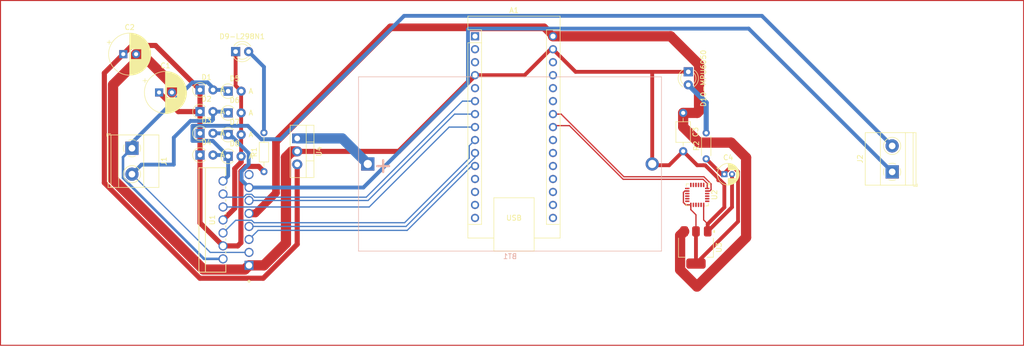
<source format=kicad_pcb>
(kicad_pcb (version 20240108) (generator "pcbnew") (generator_version "8.0")
  (layers (0 "F.Cu" signal) (31 "B.Cu" signal) (34 "B.Paste" user) (35 "F.Paste" user) (36 "B.SilkS" user "B.Silkscreen") (37 "F.SilkS" user "F.Silkscreen") (38 "B.Mask" user) (39 "F.Mask" user) (44 "Edge.Cuts" user))
  (net 0 "")
  (net 4 "GND")
  (net 5 "/D6")
  (net 9 "/D4")
  (net 12 "/VIN")
  (net 14 "/D5")
  (net 15 "/D3")
  (net 16 "/D9")
  (net 18 "/D10")
  (net 22 "/SCL")
  (net 25 "/SDA")
  (net 28 "Net-(BT1-+)")
  (net 29 "/VCC")
  (net 30 "/VDD")
  (net 31 "Net-(D1-A)")
  (net 32 "Net-(D2-A)")
  (net 33 "Net-(D3-A)")
  (net 34 "Net-(D4-A)")
  (net 35 "Net-(D9-L298N1-A)")
  (net 36 "Net-(D10-MPU6050-A)")
  (net 57 "/D7")
  (net 58 "/D8")
  (footprint "Diode_THT:D_A-405_P2.54mm_Vertical_AnodeUp" (layer "F.Cu") (at 93.5 68.75)
    (property "Reference" "D7" (at 1.27 -2.47 0) (layer "F.SilkS"))
    (property "Value" "D")
    (fp_text user "A" (at 4.44 0 0) (layer "F.SilkS"))
    (pad "1" thru_hole rect (at 0 0) (size 1.8 1.8) (drill 0.9) (layers "*.Cu" "*.Mask") (net 33 "Net-(D3-A)"))
    (pad "2" thru_hole oval (at 2.54 0) (size 1.8 1.8) (drill 0.9) (layers "*.Cu" "*.Mask") (net 4 "GND"))
  )
  (footprint "Package_TO_SOT_SMD:SOT-223-3_TabPin2" (layer "F.Cu") (at 184.95 90.85 -90)
    (property "Reference" "U3" (at 0 -4.5 90) (layer "F.SilkS"))
    (property "Value" "AMS1117-3.3")
    (pad "1" smd roundrect (at -3.15 -2.3 270) (size 2 1.5) (layers "F.Cu" "F.Paste" "F.Mask") (net 4 "GND"))
    (pad "2" smd roundrect (at -3.15 0 270) (size 2 1.5) (layers "F.Cu" "F.Paste" "F.Mask") (net 30 "/VDD"))
    (pad "2" smd roundrect (at 3.15 0 270) (size 2 3.8) (layers "F.Cu" "F.Paste" "F.Mask") (net 30 "/VDD"))
    (pad "3" smd roundrect (at -3.15 2.3 270) (size 2 1.5) (layers "F.Cu" "F.Paste" "F.Mask") (net 12 "/VIN"))
  )
  (footprint "Capacitor_THT:C_Axial_L3.8mm_D2.6mm_P7.50mm_Horizontal" (layer "F.Cu") (at 182.45 64.5 -90)
    (property "Reference" "C3" (at 3.75 -2.42 90) (layer "F.SilkS"))
    (property "Value" "0.1µF")
    (pad "1" thru_hole circle (at 0 0 270) (size 1.6 1.6) (drill 0.8) (layers "*.Cu" "*.Mask") (net 12 "/VIN"))
    (pad "2" thru_hole oval (at 7.5 0 270) (size 1.6 1.6) (drill 0.8) (layers "*.Cu" "*.Mask") (net 4 "GND"))
  )
  (footprint "Diode_THT:D_A-405_P2.54mm_Vertical_AnodeUp" (layer "F.Cu") (at 88 72.75)
    (property "Reference" "D4" (at 1.27 -2.47 0) (layer "F.SilkS"))
    (property "Value" "D")
    (fp_text user "A" (at 4.44 0 0) (layer "F.SilkS"))
    (pad "1" thru_hole rect (at 0 0) (size 1.8 1.8) (drill 0.9) (layers "*.Cu" "*.Mask") (net 29 "/VCC"))
    (pad "2" thru_hole oval (at 2.54 0) (size 1.8 1.8) (drill 0.9) (layers "*.Cu" "*.Mask") (net 34 "Net-(D4-A)"))
  )
  (footprint "Diode_THT:D_A-405_P2.54mm_Vertical_AnodeUp" (layer "F.Cu") (at 88 68.5)
    (property "Reference" "D3" (at 1.27 -2.47 0) (layer "F.SilkS"))
    (property "Value" "D")
    (fp_text user "A" (at 4.44 0 0) (layer "F.SilkS"))
    (pad "1" thru_hole rect (at 0 0) (size 1.8 1.8) (drill 0.9) (layers "*.Cu" "*.Mask") (net 29 "/VCC"))
    (pad "2" thru_hole oval (at 2.54 0) (size 1.8 1.8) (drill 0.9) (layers "*.Cu" "*.Mask") (net 33 "Net-(D3-A)"))
  )
  (footprint "TerminalBlock_Phoenix:TerminalBlock_Phoenix_MKDS-1,5-2-5.08_1x02_P5.08mm_Horizontal" (layer "F.Cu") (at 223.305 76.045 90)
    (property "Reference" "J2" (at 2.54 -6.26 90) (layer "F.SilkS"))
    (property "Value" "Conn_01x02")
    (pad "1" thru_hole rect (at 0 0 90) (size 2.6 2.6) (drill 1.3) (layers "*.Cu" "*.Mask") (net 33 "Net-(D3-A)"))
    (pad "2" thru_hole circle (at 5.08 0 90) (size 2.6 2.6) (drill 1.3) (layers "*.Cu" "*.Mask") (net 34 "Net-(D4-A)"))
  )
  (footprint "Diode_THT:D_A-405_P2.54mm_Vertical_AnodeUp" (layer "F.Cu") (at 93.5 60.25)
    (property "Reference" "D5" (at 1.27 -2.47 0) (layer "F.SilkS"))
    (property "Value" "D")
    (fp_text user "A" (at 4.44 0 0) (layer "F.SilkS"))
    (pad "1" thru_hole rect (at 0 0) (size 1.8 1.8) (drill 0.9) (layers "*.Cu" "*.Mask") (net 31 "Net-(D1-A)"))
    (pad "2" thru_hole oval (at 2.54 0) (size 1.8 1.8) (drill 0.9) (layers "*.Cu" "*.Mask") (net 4 "GND"))
  )
  (footprint "TerminalBlock_Phoenix:TerminalBlock_Phoenix_MKDS-1,5-2-5.08_1x02_P5.08mm_Horizontal" (layer "F.Cu") (at 74.695 71.42 -90)
    (property "Reference" "J1" (at 2.54 -6.26 90) (layer "F.SilkS"))
    (property "Value" "Conn_01x02")
    (pad "1" thru_hole rect (at 0 0 270) (size 2.6 2.6) (drill 1.3) (layers "*.Cu" "*.Mask") (net 31 "Net-(D1-A)"))
    (pad "2" thru_hole circle (at 5.08 0 270) (size 2.6 2.6) (drill 1.3) (layers "*.Cu" "*.Mask") (net 32 "Net-(D2-A)"))
  )
  (footprint "LED_THT:LED_D3.0mm" (layer "F.Cu") (at 94.96 52.5)
    (property "Reference" "D9-L298N1" (at 1.27 -2.96 0) (layer "F.SilkS"))
    (property "Value" "LED_Small_Filled")
    (pad "1" thru_hole rect (at 0 0) (size 1.8 1.8) (drill 0.9) (layers "*.Cu" "*.Mask") (net 4 "GND"))
    (pad "2" thru_hole circle (at 2.54 0) (size 1.8 1.8) (drill 0.9) (layers "*.Cu" "*.Mask") (net 35 "Net-(D9-L298N1-A)"))
  )
  (footprint "Diode_THT:D_A-405_P2.54mm_Vertical_AnodeUp" (layer "F.Cu") (at 93.5 64.5)
    (property "Reference" "D6" (at 1.27 -2.47 0) (layer "F.SilkS"))
    (property "Value" "D")
    (fp_text user "A" (at 4.44 0 0) (layer "F.SilkS"))
    (pad "1" thru_hole rect (at 0 0) (size 1.8 1.8) (drill 0.9) (layers "*.Cu" "*.Mask") (net 32 "Net-(D2-A)"))
    (pad "2" thru_hole oval (at 2.54 0) (size 1.8 1.8) (drill 0.9) (layers "*.Cu" "*.Mask") (net 4 "GND"))
  )
  (footprint "Diode_THT:D_A-405_P2.54mm_Vertical_AnodeUp" (layer "F.Cu") (at 88 60)
    (property "Reference" "D1" (at 1.27 -2.47 0) (layer "F.SilkS"))
    (property "Value" "D")
    (fp_text user "A" (at 4.44 0 0) (layer "F.SilkS"))
    (pad "1" thru_hole rect (at 0 0) (size 1.8 1.8) (drill 0.9) (layers "*.Cu" "*.Mask") (net 29 "/VCC"))
    (pad "2" thru_hole oval (at 2.54 0) (size 1.8 1.8) (drill 0.9) (layers "*.Cu" "*.Mask") (net 31 "Net-(D1-A)"))
  )
  (footprint "Capacitor_THT:CP_Radial_D8.0mm_P2.50mm" (layer "F.Cu") (at 80 60.5)
    (property "Reference" "C1" (at 1.25 -5.25 0) (layer "F.SilkS"))
    (property "Value" "220µF")
    (pad "1" thru_hole rect (at 0 0) (size 1.6 1.6) (drill 0.8) (layers "*.Cu" "*.Mask") (net 29 "/VCC"))
    (pad "2" thru_hole circle (at 2.5 0) (size 1.6 1.6) (drill 0.8) (layers "*.Cu" "*.Mask") (net 4 "GND"))
  )
  (footprint "Module:Arduino_Nano" (layer "F.Cu") (at 141.76 49.5)
    (property "Reference" "A1" (at 7.62 -5.08 0) (layer "F.SilkS"))
    (property "Value" "Arduino_Nano_ESP32")
    (fp_text user "USB" (at 7.62 35.56 0) (layer "F.SilkS"))
    (pad "1" thru_hole rect (at 0 0) (size 1.6 1.6) (drill 1) (layers "*.Cu" "*.Mask"))
    (pad "2" thru_hole oval (at 0 2.54) (size 1.6 1.6) (drill 1) (layers "*.Cu" "*.Mask"))
    (pad "3" thru_hole oval (at 0 5.08) (size 1.6 1.6) (drill 1) (layers "*.Cu" "*.Mask"))
    (pad "4" thru_hole oval (at 0 7.62) (size 1.6 1.6) (drill 1) (layers "*.Cu" "*.Mask") (net 4 "GND"))
    (pad "5" thru_hole oval (at 0 10.16) (size 1.6 1.6) (drill 1) (layers "*.Cu" "*.Mask"))
    (pad "6" thru_hole oval (at 0 12.7) (size 1.6 1.6) (drill 1) (layers "*.Cu" "*.Mask") (net 15 "/D3"))
    (pad "7" thru_hole oval (at 0 15.24) (size 1.6 1.6) (drill 1) (layers "*.Cu" "*.Mask") (net 9 "/D4"))
    (pad "8" thru_hole oval (at 0 17.78) (size 1.6 1.6) (drill 1) (layers "*.Cu" "*.Mask") (net 14 "/D5"))
    (pad "9" thru_hole oval (at 0 20.32) (size 1.6 1.6) (drill 1) (layers "*.Cu" "*.Mask") (net 5 "/D6"))
    (pad "10" thru_hole oval (at 0 22.86) (size 1.6 1.6) (drill 1) (layers "*.Cu" "*.Mask") (net 57 "/D7"))
    (pad "11" thru_hole oval (at 0 25.4) (size 1.6 1.6) (drill 1) (layers "*.Cu" "*.Mask") (net 58 "/D8"))
    (pad "12" thru_hole oval (at 0 27.94) (size 1.6 1.6) (drill 1) (layers "*.Cu" "*.Mask") (net 16 "/D9"))
    (pad "13" thru_hole oval (at 0 30.48) (size 1.6 1.6) (drill 1) (layers "*.Cu" "*.Mask") (net 18 "/D10"))
    (pad "14" thru_hole oval (at 0 33.02) (size 1.6 1.6) (drill 1) (layers "*.Cu" "*.Mask"))
    (pad "15" thru_hole oval (at 0 35.56) (size 1.6 1.6) (drill 1) (layers "*.Cu" "*.Mask"))
    (pad "16" thru_hole oval (at 15.24 35.56) (size 1.6 1.6) (drill 1) (layers "*.Cu" "*.Mask"))
    (pad "17" thru_hole oval (at 15.24 33.02) (size 1.6 1.6) (drill 1) (layers "*.Cu" "*.Mask"))
    (pad "18" thru_hole oval (at 15.24 30.48) (size 1.6 1.6) (drill 1) (layers "*.Cu" "*.Mask"))
    (pad "19" thru_hole oval (at 15.24 27.94) (size 1.6 1.6) (drill 1) (layers "*.Cu" "*.Mask"))
    (pad "20" thru_hole oval (at 15.24 25.4) (size 1.6 1.6) (drill 1) (layers "*.Cu" "*.Mask"))
    (pad "21" thru_hole oval (at 15.24 22.86) (size 1.6 1.6) (drill 1) (layers "*.Cu" "*.Mask"))
    (pad "22" thru_hole oval (at 15.24 20.32) (size 1.6 1.6) (drill 1) (layers "*.Cu" "*.Mask"))
    (pad "23" thru_hole oval (at 15.24 17.78) (size 1.6 1.6) (drill 1) (layers "*.Cu" "*.Mask") (net 25 "/SDA"))
    (pad "24" thru_hole oval (at 15.24 15.24) (size 1.6 1.6) (drill 1) (layers "*.Cu" "*.Mask") (net 22 "/SCL"))
    (pad "25" thru_hole oval (at 15.24 12.7) (size 1.6 1.6) (drill 1) (layers "*.Cu" "*.Mask"))
    (pad "26" thru_hole oval (at 15.24 10.16) (size 1.6 1.6) (drill 1) (layers "*.Cu" "*.Mask"))
    (pad "27" thru_hole oval (at 15.24 7.62) (size 1.6 1.6) (drill 1) (layers "*.Cu" "*.Mask"))
    (pad "28" thru_hole oval (at 15.24 5.08) (size 1.6 1.6) (drill 1) (layers "*.Cu" "*.Mask"))
    (pad "29" thru_hole oval (at 15.24 2.54) (size 1.6 1.6) (drill 1) (layers "*.Cu" "*.Mask") (net 4 "GND"))
    (pad "30" thru_hole oval (at 15.24 0) (size 1.6 1.6) (drill 1) (layers "*.Cu" "*.Mask") (net 12 "/VIN"))
  )
  (footprint "footprints:Multiwatt15_V_STM" (layer "F.Cu") (at 97.58 94.35 90)
    (property "Reference" "U1" (at 8.89 -7.168134 90) (layer "F.SilkS"))
    (property "Value" "L298N")
    (pad "1" thru_hole rect (at 0 0 90) (size 1.778 1.778) (drill 1.27) (layers "*.Cu" "*.Mask") (net 4 "GND"))
    (pad "2" thru_hole circle (at 1.27 -5.08 90) (size 1.778 1.778) (drill 1.27) (layers "*.Cu" "*.Mask") (net 31 "Net-(D1-A)"))
    (pad "3" thru_hole circle (at 2.54 0 90) (size 1.778 1.778) (drill 1.27) (layers "*.Cu" "*.Mask") (net 32 "Net-(D2-A)"))
    (pad "4" thru_hole circle (at 3.81 -5.08 90) (size 1.778 1.778) (drill 1.27) (layers "*.Cu" "*.Mask") (net 29 "/VCC"))
    (pad "5" thru_hole circle (at 5.08 0 90) (size 1.778 1.778) (drill 1.27) (layers "*.Cu" "*.Mask") (net 58 "/D8"))
    (pad "6" thru_hole circle (at 6.35 -5.08 90) (size 1.778 1.778) (drill 1.27) (layers "*.Cu" "*.Mask") (net 5 "/D6"))
    (pad "7" thru_hole circle (at 7.62 0 90) (size 1.778 1.778) (drill 1.27) (layers "*.Cu" "*.Mask") (net 57 "/D7"))
    (pad "8" thru_hole circle (at 8.89 -5.08 90) (size 1.778 1.778) (drill 1.27) (layers "*.Cu" "*.Mask") (net 4 "GND"))
    (pad "9" thru_hole circle (at 10.16 0 90) (size 1.778 1.778) (drill 1.27) (layers "*.Cu" "*.Mask") (net 12 "/VIN"))
    (pad "10" thru_hole circle (at 11.43 -5.08 90) (size 1.778 1.778) (drill 1.27) (layers "*.Cu" "*.Mask") (net 14 "/D5"))
    (pad "11" thru_hole circle (at 12.7 0 90) (size 1.778 1.778) (drill 1.27) (layers "*.Cu" "*.Mask") (net 9 "/D4"))
    (pad "12" thru_hole circle (at 13.97 -5.08 90) (size 1.778 1.778) (drill 1.27) (layers "*.Cu" "*.Mask") (net 15 "/D3"))
    (pad "13" thru_hole circle (at 15.24 0 90) (size 1.778 1.778) (drill 1.27) (layers "*.Cu" "*.Mask") (net 33 "Net-(D3-A)"))
    (pad "14" thru_hole circle (at 16.51 -5.08 90) (size 1.778 1.778) (drill 1.27) (layers "*.Cu" "*.Mask") (net 34 "Net-(D4-A)"))
    (pad "15" thru_hole circle (at 17.78 0 90) (size 1.778 1.778) (drill 1.27) (layers "*.Cu" "*.Mask"))
  )
  (footprint "Capacitor_THT:CP_Radial_D4.0mm_P1.50mm" (layer "F.Cu") (at 190.5 76.5)
    (property "Reference" "C4" (at 0.75 -3.25 0) (layer "F.SilkS"))
    (property "Value" "10µF")
    (pad "1" thru_hole rect (at 0 0) (size 1.2 1.2) (drill 0.6) (layers "*.Cu" "*.Mask") (net 30 "/VDD"))
    (pad "2" thru_hole circle (at 1.5 0) (size 1.2 1.2) (drill 0.6) (layers "*.Cu" "*.Mask") (net 4 "GND"))
  )
  (footprint "Capacitor_THT:CP_Radial_D8.0mm_P2.50mm" (layer "F.Cu") (at 73 53)
    (property "Reference" "C2" (at 1.25 -5.25 0) (layer "F.SilkS"))
    (property "Value" "220µF")
    (pad "1" thru_hole rect (at 0 0) (size 1.6 1.6) (drill 0.8) (layers "*.Cu" "*.Mask") (net 29 "/VCC"))
    (pad "2" thru_hole circle (at 2.5 0) (size 1.6 1.6) (drill 0.8) (layers "*.Cu" "*.Mask") (net 4 "GND"))
  )
  (footprint "Resistor_THT:R_Axial_DIN0204_L3.6mm_D1.6mm_P7.62mm_Horizontal" (layer "F.Cu") (at 100.5 76 90)
    (property "Reference" "R1" (at 3.81 -1.92 90) (layer "F.SilkS"))
    (property "Value" "500Ω")
    (pad "1" thru_hole circle (at 0 0 90) (size 1.4 1.4) (drill 0.7) (layers "*.Cu" "*.Mask") (net 29 "/VCC"))
    (pad "2" thru_hole oval (at 7.62 0 90) (size 1.4 1.4) (drill 0.7) (layers "*.Cu" "*.Mask") (net 35 "Net-(D9-L298N1-A)"))
  )
  (footprint "Diode_THT:D_A-405_P2.54mm_Vertical_AnodeUp" (layer "F.Cu") (at 88 64.25)
    (property "Reference" "D2" (at 1.27 -2.47 0) (layer "F.SilkS"))
    (property "Value" "D")
    (fp_text user "A" (at 4.44 0 0) (layer "F.SilkS"))
    (pad "1" thru_hole rect (at 0 0) (size 1.8 1.8) (drill 0.9) (layers "*.Cu" "*.Mask") (net 29 "/VCC"))
    (pad "2" thru_hole oval (at 2.54 0) (size 1.8 1.8) (drill 0.9) (layers "*.Cu" "*.Mask") (net 32 "Net-(D2-A)"))
  )
  (footprint "Package_TO_SOT_THT:TO-220-3_Vertical" (layer "F.Cu") (at 107 69.5 -90)
    (property "Reference" "U4" (at 2.54 -4.27 90) (layer "F.SilkS"))
    (property "Value" "LM7812_TO220")
    (pad "1" thru_hole rect (at 0 0 270) (size 1.905 2) (drill 1.1) (layers "*.Cu" "*.Mask") (net 28 "Net-(BT1-+)"))
    (pad "2" thru_hole oval (at 2.54 0 270) (size 1.905 2) (drill 1.1) (layers "*.Cu" "*.Mask") (net 4 "GND"))
    (pad "3" thru_hole oval (at 5.08 0 270) (size 1.905 2) (drill 1.1) (layers "*.Cu" "*.Mask") (net 29 "/VCC"))
  )
  (footprint "Resistor_THT:R_Axial_DIN0204_L3.6mm_D1.6mm_P5.08mm_Horizontal" (layer "F.Cu") (at 186.95 73.5 90)
    (property "Reference" "R2" (at 2.54 -1.92 90) (layer "F.SilkS"))
    (property "Value" "65Ω")
    (pad "1" thru_hole circle (at 0 0 90) (size 1.4 1.4) (drill 0.7) (layers "*.Cu" "*.Mask") (net 30 "/VDD"))
    (pad "2" thru_hole oval (at 5.08 0 90) (size 1.4 1.4) (drill 0.7) (layers "*.Cu" "*.Mask") (net 36 "Net-(D10-MPU6050-A)"))
  )
  (footprint "Sensor_Motion:InvenSense_QFN-24_4x4mm_P0.5mm" (layer "F.Cu") (at 185.2 80.55 -90)
    (property "Reference" "U2" (at 0 -3.375 90) (layer "F.SilkS"))
    (property "Value" "MPU-6050")
    (pad "1" smd roundrect (at -1.95 -1.25 270) (size 0.85 0.3) (layers "F.Cu" "F.Paste" "F.Mask"))
    (pad "2" smd roundrect (at -1.95 -0.75 270) (size 0.85 0.3) (layers "F.Cu" "F.Paste" "F.Mask"))
    (pad "3" smd roundrect (at -1.95 -0.25 270) (size 0.85 0.3) (layers "F.Cu" "F.Paste" "F.Mask"))
    (pad "4" smd roundrect (at -1.95 0.25 270) (size 0.85 0.3) (layers "F.Cu" "F.Paste" "F.Mask"))
    (pad "5" smd roundrect (at -1.95 0.75 270) (size 0.85 0.3) (layers "F.Cu" "F.Paste" "F.Mask"))
    (pad "6" smd roundrect (at -1.95 1.25 270) (size 0.85 0.3) (layers "F.Cu" "F.Paste" "F.Mask"))
    (pad "7" smd roundrect (at -1.25 1.95) (size 0.85 0.3) (layers "F.Cu" "F.Paste" "F.Mask"))
    (pad "8" smd roundrect (at -0.75 1.95) (size 0.85 0.3) (layers "F.Cu" "F.Paste" "F.Mask") (net 30 "/VDD"))
    (pad "9" smd roundrect (at -0.25 1.95) (size 0.85 0.3) (layers "F.Cu" "F.Paste" "F.Mask"))
    (pad "10" smd roundrect (at 0.25 1.95) (size 0.85 0.3) (layers "F.Cu" "F.Paste" "F.Mask"))
    (pad "11" smd roundrect (at 0.75 1.95) (size 0.85 0.3) (layers "F.Cu" "F.Paste" "F.Mask"))
    (pad "12" smd roundrect (at 1.25 1.95) (size 0.85 0.3) (layers "F.Cu" "F.Paste" "F.Mask"))
    (pad "13" smd roundrect (at 1.95 1.25 270) (size 0.85 0.3) (layers "F.Cu" "F.Paste" "F.Mask") (net 30 "/VDD"))
    (pad "14" smd roundrect (at 1.95 0.75 270) (size 0.85 0.3) (layers "F.Cu" "F.Paste" "F.Mask"))
    (pad "15" smd roundrect (at 1.95 0.25 270) (size 0.85 0.3) (layers "F.Cu" "F.Paste" "F.Mask"))
    (pad "16" smd roundrect (at 1.95 -0.25 270) (size 0.85 0.3) (layers "F.Cu" "F.Paste" "F.Mask"))
    (pad "17" smd roundrect (at 1.95 -0.75 270) (size 0.85 0.3) (layers "F.Cu" "F.Paste" "F.Mask"))
    (pad "18" smd roundrect (at 1.95 -1.25 270) (size 0.85 0.3) (layers "F.Cu" "F.Paste" "F.Mask") (net 4 "GND"))
    (pad "19" smd roundrect (at 1.25 -1.95) (size 0.85 0.3) (layers "F.Cu" "F.Paste" "F.Mask"))
    (pad "20" smd roundrect (at 0.75 -1.95) (size 0.85 0.3) (layers "F.Cu" "F.Paste" "F.Mask"))
    (pad "21" smd roundrect (at 0.25 -1.95) (size 0.85 0.3) (layers "F.Cu" "F.Paste" "F.Mask"))
    (pad "22" smd roundrect (at -0.25 -1.95) (size 0.85 0.3) (layers "F.Cu" "F.Paste" "F.Mask"))
    (pad "23" smd roundrect (at -0.75 -1.95) (size 0.85 0.3) (layers "F.Cu" "F.Paste" "F.Mask") (net 22 "/SCL"))
    (pad "24" smd roundrect (at -1.25 -1.95) (size 0.85 0.3) (layers "F.Cu" "F.Paste" "F.Mask") (net 25 "/SDA"))
  )
  (footprint "LED_THT:LED_D3.0mm" (layer "F.Cu") (at 183.45 56.46 -90)
    (property "Reference" "D10-MPU6050" (at 1.27 -2.96 90) (layer "F.SilkS"))
    (property "Value" "LED_Small_Filled")
    (pad "1" thru_hole rect (at 0 0 270) (size 1.8 1.8) (drill 0.9) (layers "*.Cu" "*.Mask") (net 4 "GND"))
    (pad "2" thru_hole circle (at 2.54 0 270) (size 1.8 1.8) (drill 0.9) (layers "*.Cu" "*.Mask") (net 36 "Net-(D10-MPU6050-A)"))
  )
  (footprint "Diode_THT:D_A-405_P2.54mm_Vertical_AnodeUp" (layer "F.Cu") (at 93.5 73)
    (property "Reference" "D8" (at 1.27 -2.47 0) (layer "F.SilkS"))
    (property "Value" "D")
    (fp_text user "A" (at 4.44 0 0) (layer "F.SilkS"))
    (pad "1" thru_hole rect (at 0 0) (size 1.8 1.8) (drill 0.9) (layers "*.Cu" "*.Mask") (net 34 "Net-(D4-A)"))
    (pad "2" thru_hole oval (at 2.54 0) (size 1.8 1.8) (drill 0.9) (layers "*.Cu" "*.Mask") (net 4 "GND"))
  )
  (footprint "Battery:BatteryHolder_Bulgin_BX0036_1xC" (layer "B.Cu") (at 120.8 74.5)
    (property "Reference" "BT1" (at 27.8 18.1 0) (layer "B.SilkS") (effects (justify mirror)))
    (property "Value" "Battery")
    (fp_text user "+" (at 3 0.2 0) (layer "B.SilkS") (effects (font (size 3 3) (thickness 0.45)) (justify mirror)))
    (pad "" np_thru_hole circle (at 11.9 0) (size 3.8 3.8) (drill 3.8) (layers "*.Cu" "*.Mask"))
    (pad "" np_thru_hole circle (at 43.7 0) (size 3.8 3.8) (drill 3.8) (layers "*.Cu" "*.Mask"))
    (pad "1" thru_hole rect (at 0 0) (size 2.6 2.6) (drill 1.6) (layers "*.Cu" "*.Mask") (net 28 "Net-(BT1-+)"))
    (pad "2" thru_hole circle (at 55.6 0) (size 2.6 2.6) (drill 1.6) (layers "*.Cu" "*.Mask") (net 4 "GND"))
  )
  (gr_rect (start 49 42.5) (end 249 110) (stroke (width 0.2)) (fill none) (layer "F.Cu") (net 29))
  (segment (start 71 77.5) (end 71 59) (width 2) (layer "F.Cu") (net 4))
  (segment (start 94.791 83.169) (end 94.791 75.414758) (width 1) (layer "F.Cu") (net 4))
  (segment (start 104.8 73.2) (end 105.96 72.04) (width 2) (layer "F.Cu") (net 4))
  (segment (start 186.45 82.5) (end 186.45 85.45) (width 0.25) (layer "F.Cu") (net 4))
  (segment (start 105.96 72.04) (end 107 72.04) (width 2) (layer "F.Cu") (net 4))
  (segment (start 100.469 94.35) (end 104.8 90.019) (width 2) (layer "F.Cu") (net 4))
  (segment (start 96.04 64.5) (end 96.04 68.75) (width 0.75) (layer "F.Cu") (net 4))
  (segment (start 94.96 59.17) (end 94.96 52.5) (width 0.75) (layer "F.Cu") (net 4))
  (segment (start 186.45 85.45) (end 187.25 86.25) (width 0.25) (layer "F.Cu") (net 4))
  (segment (start 185.2 74.75) (end 186.396877 74.75) (width 0.75) (layer "F.Cu") (net 4))
  (segment (start 82.5 58.86863) (end 82.5 60.5) (width 2) (layer "F.Cu") (net 4))
  (segment (start 97.58 94.35) (end 100.469 94.35) (width 2) (layer "F.Cu") (net 4))
  (segment (start 104.8 90.019) (end 104.8 73.2) (width 2) (layer "F.Cu") (net 4))
  (segment (start 96.761 95.169) (end 88.669 95.169) (width 2) (layer "F.Cu") (net 4))
  (segment (start 190.5 83) (end 187.25 86.25) (width 0.75) (layer "F.Cu") (net 4))
  (segment (start 189.675 77.675) (end 190.5 78.5) (width 0.75) (layer "F.Cu") (net 4))
  (segment (start 88.669 95.169) (end 71 77.5) (width 2) (layer "F.Cu") (net 4))
  (segment (start 182.45 72) (end 185.2 74.75) (width 0.75) (layer "F.Cu") (net 4))
  (segment (start 141.76 57.12) (end 126.84 72.04) (width 1) (layer "F.Cu") (net 4))
  (segment (start 157 52.04) (end 156.54 52.04) (width 0.75) (layer "F.Cu") (net 4))
  (segment (start 96.04 73) (end 96.04 68.75) (width 0.75) (layer "F.Cu") (net 4))
  (segment (start 189.325 77.675) (end 189.675 77.675) (width 0.75) (layer "F.Cu") (net 4))
  (segment (start 179.7 74.75) (end 176.65 74.75) (width 0.75) (layer "F.Cu") (net 4))
  (segment (start 190.5 78.5) (end 190.5 83) (width 0.75) (layer "F.Cu") (net 4))
  (segment (start 176.65 74.75) (end 176.4 74.5) (width 0.75) (layer "F.Cu") (net 4))
  (segment (start 186.396877 74.75) (end 186.421877 74.775) (width 0.75) (layer "F.Cu") (net 4))
  (segment (start 151.46 57.12) (end 141.76 57.12) (width 0.75) (layer "F.Cu") (net 4))
  (segment (start 76.63137 53) (end 82.5 58.86863) (width 2) (layer "F.Cu") (net 4))
  (segment (start 96.04 60.25) (end 96.04 64.5) (width 0.75) (layer "F.Cu") (net 4))
  (segment (start 94.791 75.414758) (end 96.04 74.165758) (width 1) (layer "F.Cu") (net 4))
  (segment (start 182.45 72) (end 179.7 74.75) (width 0.75) (layer "F.Cu") (net 4))
  (segment (start 192 82.95) (end 192 76.5) (width 0.75) (layer "F.Cu") (net 4))
  (segment (start 96.04 60.25) (end 94.96 59.17) (width 0.75) (layer "F.Cu") (net 4))
  (segment (start 187.25 87.25) (end 187.25 87.7) (width 0.75) (layer "F.Cu") (net 4))
  (segment (start 186.775 74.775) (end 189.325 77.325) (width 0.75) (layer "F.Cu") (net 4))
  (segment (start 96.04 74.165758) (end 96.04 73) (width 1) (layer "F.Cu") (net 4))
  (segment (start 156.54 52.04) (end 151.46 57.12) (width 0.75) (layer "F.Cu") (net 4))
  (segment (start 161.42 56.46) (end 157 52.04) (width 0.75) (layer "F.Cu") (net 4))
  (segment (start 176.4 74.5) (end 176.4 56.56) (width 0.75) (layer "F.Cu") (net 4))
  (segment (start 126.84 72.04) (end 107 72.04) (width 1) (layer "F.Cu") (net 4))
  (segment (start 75.5 53) (end 76.63137 53) (width 2) (layer "F.Cu") (net 4))
  (segment (start 71 59) (end 75.5 54.5) (width 2) (layer "F.Cu") (net 4))
  (segment (start 97.58 94.35) (end 96.761 95.169) (width 2) (layer "F.Cu") (net 4))
  (segment (start 187.25 86.25) (end 187.25 87.7) (width 0.75) (layer "F.Cu") (net 4))
  (segment (start 186.421877 74.775) (end 186.775 74.775) (width 0.75) (layer "F.Cu") (net 4))
  (segment (start 176.4 56.56) (end 176.5 56.46) (width 0.75) (layer "F.Cu") (net 4))
  (segment (start 183.45 56.46) (end 176.5 56.46) (width 0.75) (layer "F.Cu") (net 4))
  (segment (start 75.5 54.5) (end 75.5 53) (width 2) (layer "F.Cu") (net 4))
  (segment (start 176.5 56.46) (end 161.42 56.46) (width 0.75) (layer "F.Cu") (net 4))
  (segment (start 187.25 87.7) (end 192 82.95) (width 0.75) (layer "F.Cu") (net 4))
  (segment (start 189.325 77.325) (end 189.325 77.675) (width 0.75) (layer "F.Cu") (net 4))
  (segment (start 92.5 85.46) (end 94.791 83.169) (width 1) (layer "F.Cu") (net 4))
  (segment (start 98.082856 85.516) (end 98.566856 86) (width 0.25) (layer "B.Cu") (net 5))
  (segment (start 92.5 88) (end 94.984 85.516) (width 0.25) (layer "B.Cu") (net 5))
  (segment (start 140.635 70.945) (end 141.76 69.82) (width 0.25) (layer "B.Cu") (net 5))
  (segment (start 98.566856 86) (end 128 86) (width 0.25) (layer "B.Cu") (net 5))
  (segment (start 140.635 73.365) (end 140.635 70.945) (width 0.25) (layer "B.Cu") (net 5))
  (segment (start 128 86) (end 140.635 73.365) (width 0.25) (layer "B.Cu") (net 5))
  (segment (start 94.984 85.516) (end 98.082856 85.516) (width 0.25) (layer "B.Cu") (net 5))
  (segment (start 137.76 64.74) (end 141.76 64.74) (width 0.25) (layer "B.Cu") (net 9))
  (segment (start 120.85 81.65) (end 137.76 64.74) (width 0.25) (layer "B.Cu") (net 9))
  (segment (start 97.58 81.65) (end 120.85 81.65) (width 0.25) (layer "B.Cu") (net 9))
  (segment (start 194.75 88.888564) (end 194.75 73.25) (width 2) (layer "F.Cu") (net 12))
  (segment (start 102.85 80.177235) (end 102.85 70.15) (width 1.5) (layer "F.Cu") (net 12))
  (segment (start 194.75 73.25) (end 191.82 70.32) (width 2) (layer "F.Cu") (net 12))
  (segment (start 181.85 88.5) (end 181.85 95.211436) (width 2) (layer "F.Cu") (net 12))
  (segment (start 102.85 70.15) (end 125.25 47.75) (width 1.5) (layer "F.Cu") (net 12))
  (segment (start 191.82 70.32) (end 185.52 70.32) (width 2) (layer "F.Cu") (net 12))
  (segment (start 181.85 95.211436) (end 185.138564 98.5) (width 2) (layer "F.Cu") (net 12))
  (segment (start 185.55 55.05) (end 180 49.5) (width 2) (layer "F.Cu") (net 12))
  (segment (start 185.2 64.5) (end 185.55 64.15) (width 2) (layer "F.Cu") (net 12))
  (segment (start 182.45 67.25) (end 182.45 64.5) (width 2) (layer "F.Cu") (net 12))
  (segment (start 182.45 64.5) (end 185.2 64.5) (width 2) (layer "F.Cu") (net 12))
  (segment (start 185.55 64.15) (end 185.55 55.05) (width 2) (layer "F.Cu") (net 12))
  (segment (start 97.58 84.19) (end 98.837235 84.19) (width 1.5) (layer "F.Cu") (net 12))
  (segment (start 180 49.5) (end 157 49.5) (width 2) (layer "F.Cu") (net 12))
  (segment (start 182.65 87.7) (end 181.85 88.5) (width 2) (layer "F.Cu") (net 12))
  (segment (start 185.138564 98.5) (end 194.75 88.888564) (width 2) (layer "F.Cu") (net 12))
  (segment (start 185.52 70.32) (end 182.45 67.25) (width 2) (layer "F.Cu") (net 12))
  (segment (start 155.25 47.75) (end 157 49.5) (width 1.5) (layer "F.Cu") (net 12))
  (segment (start 98.837235 84.19) (end 102.85 80.177235) (width 1.5) (layer "F.Cu") (net 12))
  (segment (start 125.25 47.75) (end 155.25 47.75) (width 1.5) (layer "F.Cu") (net 12))
  (segment (start 130.425 73.557664) (end 136.702664 67.28) (width 0.25) (layer "B.Cu") (net 14))
  (segment (start 92.5 82.92) (end 121.08 82.92) (width 0.25) (layer "B.Cu") (net 14))
  (segment (start 130.425 73.575) (end 130.425 73.557664) (width 0.25) (layer "B.Cu") (net 14))
  (segment (start 136.702664 67.28) (end 141.76 67.28) (width 0.25) (layer "B.Cu") (net 14))
  (segment (start 121.08 82.92) (end 130.425 73.575) (width 0.25) (layer "B.Cu") (net 14))
  (segment (start 96.513144 81) (end 97.077144 80.436) (width 0.25) (layer "B.Cu") (net 15))
  (segment (start 120.5 81) (end 139.3 62.2) (width 0.25) (layer "B.Cu") (net 15))
  (segment (start 98.646856 81) (end 120.5 81) (width 0.25) (layer "B.Cu") (net 15))
  (segment (start 97.077144 80.436) (end 98.082856 80.436) (width 0.25) (layer "B.Cu") (net 15))
  (segment (start 93.12 81) (end 96.513144 81) (width 0.25) (layer "B.Cu") (net 15))
  (segment (start 139.3 62.2) (end 141.76 62.2) (width 0.25) (layer "B.Cu") (net 15))
  (segment (start 98.082856 80.436) (end 98.646856 81) (width 0.25) (layer "B.Cu") (net 15))
  (segment (start 92.5 80.38) (end 93.12 81) (width 0.25) (layer "B.Cu") (net 15))
  (segment (start 158.593732 64.74) (end 157 64.74) (width 0.25) (layer "F.Cu") (net 22))
  (segment (start 170.853732 77) (end 158.593732 64.74) (width 0.25) (layer "F.Cu") (net 22))
  (segment (start 187.9 78.4) (end 186.5 77) (width 0.25) (layer "F.Cu") (net 22))
  (segment (start 187.9 79.542764) (end 187.9 78.4) (width 0.25) (layer "F.Cu") (net 22))
  (segment (start 186.5 77) (end 170.853732 77) (width 0.25) (layer "F.Cu") (net 22))
  (segment (start 187.15 79.8) (end 187.642764 79.8) (width 0.25) (layer "F.Cu") (net 22))
  (segment (start 187.642764 79.8) (end 187.9 79.542764) (width 0.25) (layer "F.Cu") (net 22))
  (segment (start 170.717336 77.5) (end 160.217336 67) (width 0.25) (layer "F.Cu") (net 25))
  (segment (start 187.15 79.3) (end 187.15 78.307236) (width 0.25) (layer "F.Cu") (net 25))
  (segment (start 187.15 78.307236) (end 186.342764 77.5) (width 0.25) (layer "F.Cu") (net 25))
  (segment (start 157.28 67) (end 157 67.28) (width 0.25) (layer "F.Cu") (net 25))
  (segment (start 160.217336 67) (end 157.28 67) (width 0.25) (layer "F.Cu") (net 25))
  (segment (start 186.342764 77.5) (end 170.717336 77.5) (width 0.25) (layer "F.Cu") (net 25))
  (segment (start 107 69.5) (end 115.8 69.5) (width 2) (layer "B.Cu") (net 28))
  (segment (start 115.8 69.5) (end 120.8 74.5) (width 2) (layer "B.Cu") (net 28))
  (segment (start 96.921814 74.981) (end 99.481 74.981) (width 1) (layer "F.Cu") (net 29))
  (segment (start 88 64.25) (end 88 68.5) (width 1) (layer "F.Cu") (net 29))
  (segment (start 88 60) (end 88 64.25) (width 1) (layer "F.Cu") (net 29))
  (segment (start 95.379186 90.54) (end 95.991 89.928186) (width 1) (layer "F.Cu") (net 29))
  (segment (start 69.3 78.204164) (end 87.964836 96.869) (width 1) (layer "F.Cu") (net 29))
  (segment (start 99.481 74.981) (end 100.5 76) (width 1) (layer "F.Cu") (net 29))
  (segment (start 80 60.5) (end 83.75 64.25) (width 1) (layer "F.Cu") (net 29))
  (segment (start 107 90.223164) (end 107 74.58) (width 1) (layer "F.Cu") (net 29))
  (segment (start 74.7 51.3) (end 79.3 51.3) (width 1) (layer "F.Cu") (net 29))
  (segment (start 100.354164 96.869) (end 107 90.223164) (width 1) (layer "F.Cu") (net 29))
  (segment (start 79.3 51.3) (end 88 60) (width 1) (layer "F.Cu") (net 29))
  (segment (start 92.5 90.54) (end 95.379186 90.54) (width 1) (layer "F.Cu") (net 29))
  (segment (start 88 86.04) (end 92.5 90.54) (width 1) (layer "F.Cu") (net 29))
  (segment (start 73 53) (end 74.7 51.3) (width 1) (layer "F.Cu") (net 29))
  (segment (start 69.3 56.7) (end 69.3 78.204164) (width 1) (layer "F.Cu") (net 29))
  (segment (start 95.991 75.911814) (end 96.921814 74.981) (width 1) (layer "F.Cu") (net 29))
  (segment (start 73 53) (end 69.3 56.7) (width 1) (layer "F.Cu") (net 29))
  (segment (start 87.964836 96.869) (end 100.354164 96.869) (width 1) (layer "F.Cu") (net 29))
  (segment (start 88 72.75) (end 88 86.04) (width 1) (layer "F.Cu") (net 29))
  (segment (start 88 68.5) (end 88 72.75) (width 1) (layer "F.Cu") (net 29))
  (segment (start 95.991 89.928186) (end 95.991 75.911814) (width 1) (layer "F.Cu") (net 29))
  (segment (start 83.75 64.25) (end 88 64.25) (width 1) (layer "F.Cu") (net 29))
  (segment (start 193.175 85.775) (end 193.175 76.013299) (width 0.75) (layer "F.Cu") (net 30))
  (segment (start 190.5 76.5) (end 189.95 76.5) (width 0.75) (layer "F.Cu") (net 30))
  (segment (start 184.95 87.7) (end 184.95 94) (width 0.75) (layer "F.Cu") (net 30))
  (segment (start 184.95 94) (end 193.175 85.775) (width 0.75) (layer "F.Cu") (net 30))
  (segment (start 182.5 80.057236) (end 182.5 82.042764) (width 0.25) (layer "F.Cu") (net 30))
  (segment (start 191.688299 75.15) (end 190.5 76.338299) (width 0.75) (layer "F.Cu") (net 30))
  (segment (start 183.95 83.45) (end 184.95 84.45) (width 0.25) (layer "F.Cu") (net 30))
  (segment (start 184.95 84.45) (end 184.95 87.7) (width 0.25) (layer "F.Cu") (net 30))
  (segment (start 183.95 82.5) (end 183.95 83.45) (width 0.25) (layer "F.Cu") (net 30))
  (segment (start 192.311701 75.15) (end 191.688299 75.15) (width 0.75) (layer "F.Cu") (net 30))
  (segment (start 182.5 82.042764) (end 182.957236 82.5) (width 0.25) (layer "F.Cu") (net 30))
  (segment (start 182.957236 82.5) (end 183.95 82.5) (width 0.25) (layer "F.Cu") (net 30))
  (segment (start 183.25 79.8) (end 182.757236 79.8) (width 0.25) (layer "F.Cu") (net 30))
  (segment (start 182.757236 79.8) (end 182.5 80.057236) (width 0.25) (layer "F.Cu") (net 30))
  (segment (start 189.95 76.5) (end 186.95 73.5) (width 0.75) (layer "F.Cu") (net 30))
  (segment (start 193.175 76.013299) (end 192.311701 75.15) (width 0.75) (layer "F.Cu") (net 30))
  (segment (start 190.5 76.338299) (end 190.5 76.5) (width 0.75) (layer "F.Cu") (net 30))
  (segment (start 88.800126 93.08) (end 72.945 77.224874) (width 0.5) (layer "B.Cu") (net 31))
  (segment (start 72.945 73.17) (end 74.695 71.42) (width 0.5) (layer "B.Cu") (net 31))
  (segment (start 90.54 59.59) (end 90.54 60) (width 0.75) (layer "B.Cu") (net 31))
  (segment (start 86.525 58.525) (end 89.475 58.525) (width 0.75) (layer "B.Cu") (net 31))
  (segment (start 74.695 71.42) (end 74.695 70.355) (width 0.75) (layer "B.Cu") (net 31))
  (segment (start 90.54 60) (end 93.25 60) (width 0.75) (layer "B.Cu") (net 31))
  (segment (start 89.475 58.525) (end 90.54 59.59) (width 0.75) (layer "B.Cu") (net 31))
  (segment (start 93.25 60) (end 93.5 60.25) (width 0.75) (layer "B.Cu") (net 31))
  (segment (start 74.695 70.355) (end 86.525 58.525) (width 0.75) (layer "B.Cu") (net 31))
  (segment (start 92.5 93.08) (end 88.800126 93.08) (width 0.5) (layer "B.Cu") (net 31))
  (segment (start 72.945 77.224874) (end 72.945 73.17) (width 0.5) (layer "B.Cu") (net 31))
  (segment (start 97.58 91.81) (end 90.005 91.81) (width 0.25) (layer "B.Cu") (net 32))
  (segment (start 90.54 64.25) (end 93.25 64.25) (width 0.75) (layer "B.Cu") (net 32))
  (segment (start 90.54 65.81) (end 90.54 64.25) (width 0.75) (layer "B.Cu") (net 32))
  (segment (start 74.695 76.5) (end 76.57 74.625) (width 0.75) (layer "B.Cu") (net 32))
  (segment (start 86.131497 66.075) (end 90.275 66.075) (width 0.75) (layer "B.Cu") (net 32))
  (segment (start 82.875 69.331497) (end 86.131497 66.075) (width 0.75) (layer "B.Cu") (net 32))
  (segment (start 76.57 74.625) (end 82.875 74.625) (width 0.75) (layer "B.Cu") (net 32))
  (segment (start 82.875 74.625) (end 82.875 69.331497) (width 0.75) (layer "B.Cu") (net 32))
  (segment (start 90.275 66.075) (end 90.54 65.81) (width 0.75) (layer "B.Cu") (net 32))
  (segment (start 93.25 64.25) (end 93.5 64.5) (width 0.75) (layer "B.Cu") (net 32))
  (segment (start 90.005 91.81) (end 74.695 76.5) (width 0.25) (layer "B.Cu") (net 32))
  (segment (start 140.385 58.665) (end 140.385 48.125) (width 0.75) (layer "B.Cu") (net 33))
  (segment (start 97.515 72.389034) (end 97.515 74.564591) (width 0.75) (layer "B.Cu") (net 33))
  (segment (start 96.116 77.646) (end 97.58 79.11) (width 0.75) (layer "B.Cu") (net 33))
  (segment (start 97.515 74.564591) (end 96.116 75.963591) (width 0.75) (layer "B.Cu") (net 33))
  (segment (start 140.385 48.125) (end 140.51 48) (width 0.75) (layer "B.Cu") (net 33))
  (segment (start 93.5 68.75) (end 93.875966 68.75) (width 0.75) (layer "B.Cu") (net 33))
  (segment (start 93.875966 68.75) (end 97.515 72.389034) (width 0.75) (layer "B.Cu") (net 33))
  (segment (start 97.58 79.11) (end 119.94 79.11) (width 0.75) (layer "B.Cu") (net 33))
  (segment (start 90.54 68.5) (end 93.25 68.5) (width 0.75) (layer "B.Cu") (net 33))
  (segment (start 195.26 48) (end 223.305 76.045) (width 0.75) (layer "B.Cu") (net 33))
  (segment (start 140.51 48) (end 195.26 48) (width 0.75) (layer "B.Cu") (net 33))
  (segment (start 119.94 79.11) (end 140.385 58.665) (width 0.75) (layer "B.Cu") (net 33))
  (segment (start 96.116 75.963591) (end 96.116 77.646) (width 0.75) (layer "B.Cu") (net 33))
  (segment (start 93.25 68.5) (end 93.5 68.75) (width 0.75) (layer "B.Cu") (net 33))
  (segment (start 197.84 45.5) (end 223.305 70.965) (width 0.75) (layer "B.Cu") (net 34))
  (segment (start 93.25 72.75) (end 93.5 73) (width 0.75) (layer "B.Cu") (net 34))
  (segment (start 99.971877 69.655) (end 103.7425 69.655) (width 0.75) (layer "B.Cu") (net 34))
  (segment (start 90.54 72.75) (end 93.25 72.75) (width 0.75) (layer "B.Cu") (net 34))
  (segment (start 103.7425 69.655) (end 127.8975 45.5) (width 0.75) (layer "B.Cu") (net 34))
  (segment (start 97.341877 67.025) (end 99.971877 69.655) (width 0.75) (layer "B.Cu") (net 34))
  (segment (start 93.5 73) (end 90.475 69.975) (width 0.75) (layer "B.Cu") (net 34))
  (segment (start 93.5 76.84) (end 92.5 77.84) (width 0.75) (layer "B.Cu") (net 34))
  (segment (start 90.475 69.975) (end 86.525 69.975) (width 0.75) (layer "B.Cu") (net 34))
  (segment (start 93.5 73) (end 93.5 76.84) (width 0.75) (layer "B.Cu") (net 34))
  (segment (start 127.8975 45.5) (end 197.84 45.5) (width 0.75) (layer "B.Cu") (net 34))
  (segment (start 86.525 67.025) (end 97.341877 67.025) (width 0.75) (layer "B.Cu") (net 34))
  (segment (start 86.525 69.975) (end 86.525 67.025) (width 0.75) (layer "B.Cu") (net 34))
  (segment (start 100.5 55.5) (end 100.5 68.38) (width 0.75) (layer "B.Cu") (net 35))
  (segment (start 97.5 52.5) (end 100.5 55.5) (width 0.75) (layer "B.Cu") (net 35))
  (segment (start 186.95 68.42) (end 186.95 62.5) (width 1) (layer "B.Cu") (net 36))
  (segment (start 186.95 62.5) (end 183.45 59) (width 1) (layer "B.Cu") (net 36))
  (segment (start 97.58 86.73) (end 128.27 86.73) (width 0.25) (layer "B.Cu") (net 57))
  (segment (start 128.27 86.73) (end 141.76 73.24) (width 0.25) (layer "B.Cu") (net 57))
  (segment (start 141.76 73.24) (end 141.76 72.36) (width 0.25) (layer "B.Cu") (net 57))
  (segment (start 128.5 87.5) (end 141.1 74.9) (width 0.25) (layer "B.Cu") (net 58))
  (segment (start 97.58 89.27) (end 99.35 87.5) (width 0.25) (layer "B.Cu") (net 58))
  (segment (start 99.35 87.5) (end 128.5 87.5) (width 0.25) (layer "B.Cu") (net 58))
  (segment (start 141.1 74.9) (end 141.76 74.9) (width 0.25) (layer "B.Cu") (net 58))
)
</source>
